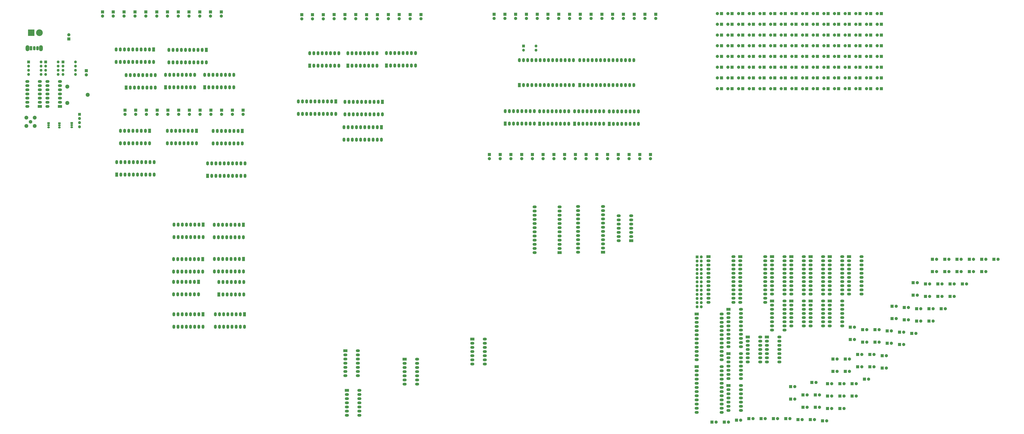
<source format=gbr>
%TF.GenerationSoftware,KiCad,Pcbnew,(5.1.4)-1*%
%TF.CreationDate,2020-07-08T08:30:02+02:00*%
%TF.ProjectId,SPU2,53505532-2e6b-4696-9361-645f70636258,rev?*%
%TF.SameCoordinates,Original*%
%TF.FileFunction,Soldermask,Bot*%
%TF.FilePolarity,Negative*%
%FSLAX46Y46*%
G04 Gerber Fmt 4.6, Leading zero omitted, Abs format (unit mm)*
G04 Created by KiCad (PCBNEW (5.1.4)-1) date 2020-07-08 08:30:02*
%MOMM*%
%LPD*%
G04 APERTURE LIST*
%ADD10O,1.700000X2.500000*%
%ADD11R,1.700000X2.500000*%
%ADD12O,2.500000X1.700000*%
%ADD13R,2.500000X1.700000*%
%ADD14O,1.800000X1.800000*%
%ADD15R,1.800000X1.800000*%
%ADD16C,1.900000*%
%ADD17R,1.900000X1.900000*%
%ADD18O,1.700000X1.700000*%
%ADD19R,1.700000X1.700000*%
%ADD20O,2.300000X3.600000*%
%ADD21O,1.600000X2.600000*%
%ADD22R,1.600000X2.600000*%
%ADD23C,2.440000*%
%ADD24R,1.600000X1.150000*%
%ADD25O,1.600000X1.150000*%
%ADD26C,2.350000*%
%ADD27C,2.150000*%
%ADD28C,4.100000*%
%ADD29R,3.900000X3.900000*%
G04 APERTURE END LIST*
D10*
%TO.C,U12*%
X152349200Y-165989000D03*
X134569200Y-158369000D03*
X149809200Y-165989000D03*
X137109200Y-158369000D03*
X147269200Y-165989000D03*
X139649200Y-158369000D03*
X144729200Y-165989000D03*
X142189200Y-158369000D03*
X142189200Y-165989000D03*
X144729200Y-158369000D03*
X139649200Y-165989000D03*
X147269200Y-158369000D03*
X137109200Y-165989000D03*
X149809200Y-158369000D03*
X134569200Y-165989000D03*
D11*
X152349200Y-158369000D03*
%TD*%
D10*
%TO.C,U2*%
X149529800Y-200964800D03*
X134289800Y-193344800D03*
X146989800Y-200964800D03*
X136829800Y-193344800D03*
X144449800Y-200964800D03*
X139369800Y-193344800D03*
X141909800Y-200964800D03*
X141909800Y-193344800D03*
X139369800Y-200964800D03*
X144449800Y-193344800D03*
X136829800Y-200964800D03*
X146989800Y-193344800D03*
X134289800Y-200964800D03*
D11*
X149529800Y-193344800D03*
%TD*%
D12*
%TO.C,U75*%
X518861801Y-177901001D03*
X511241801Y-200761001D03*
X518861801Y-180441001D03*
X511241801Y-198221001D03*
X518861801Y-182981001D03*
X511241801Y-195681001D03*
X518861801Y-185521001D03*
X511241801Y-193141001D03*
X518861801Y-188061001D03*
X511241801Y-190601001D03*
X518861801Y-190601001D03*
X511241801Y-188061001D03*
X518861801Y-193141001D03*
X511241801Y-185521001D03*
X518861801Y-195681001D03*
X511241801Y-182981001D03*
X518861801Y-198221001D03*
X511241801Y-180441001D03*
X518861801Y-200761001D03*
D13*
X511241801Y-177901001D03*
%TD*%
D12*
%TO.C,U74*%
X507111801Y-177901001D03*
X499491801Y-200761001D03*
X507111801Y-180441001D03*
X499491801Y-198221001D03*
X507111801Y-182981001D03*
X499491801Y-195681001D03*
X507111801Y-185521001D03*
X499491801Y-193141001D03*
X507111801Y-188061001D03*
X499491801Y-190601001D03*
X507111801Y-190601001D03*
X499491801Y-188061001D03*
X507111801Y-193141001D03*
X499491801Y-185521001D03*
X507111801Y-195681001D03*
X499491801Y-182981001D03*
X507111801Y-198221001D03*
X499491801Y-180441001D03*
X507111801Y-200761001D03*
D13*
X499491801Y-177901001D03*
%TD*%
D12*
%TO.C,U73*%
X480511801Y-210101001D03*
X472891801Y-232961001D03*
X480511801Y-212641001D03*
X472891801Y-230421001D03*
X480511801Y-215181001D03*
X472891801Y-227881001D03*
X480511801Y-217721001D03*
X472891801Y-225341001D03*
X480511801Y-220261001D03*
X472891801Y-222801001D03*
X480511801Y-222801001D03*
X472891801Y-220261001D03*
X480511801Y-225341001D03*
X472891801Y-217721001D03*
X480511801Y-227881001D03*
X472891801Y-215181001D03*
X480511801Y-230421001D03*
X472891801Y-212641001D03*
X480511801Y-232961001D03*
D13*
X472891801Y-210101001D03*
%TD*%
D12*
%TO.C,U72*%
X542361801Y-177901001D03*
X534741801Y-200761001D03*
X542361801Y-180441001D03*
X534741801Y-198221001D03*
X542361801Y-182981001D03*
X534741801Y-195681001D03*
X542361801Y-185521001D03*
X534741801Y-193141001D03*
X542361801Y-188061001D03*
X534741801Y-190601001D03*
X542361801Y-190601001D03*
X534741801Y-188061001D03*
X542361801Y-193141001D03*
X534741801Y-185521001D03*
X542361801Y-195681001D03*
X534741801Y-182981001D03*
X542361801Y-198221001D03*
X534741801Y-180441001D03*
X542361801Y-200761001D03*
D13*
X534741801Y-177901001D03*
%TD*%
D12*
%TO.C,U71*%
X554111801Y-177901001D03*
X546491801Y-200761001D03*
X554111801Y-180441001D03*
X546491801Y-198221001D03*
X554111801Y-182981001D03*
X546491801Y-195681001D03*
X554111801Y-185521001D03*
X546491801Y-193141001D03*
X554111801Y-188061001D03*
X546491801Y-190601001D03*
X554111801Y-190601001D03*
X546491801Y-188061001D03*
X554111801Y-193141001D03*
X546491801Y-185521001D03*
X554111801Y-195681001D03*
X546491801Y-182981001D03*
X554111801Y-198221001D03*
X546491801Y-180441001D03*
X554111801Y-200761001D03*
D13*
X546491801Y-177901001D03*
%TD*%
D12*
%TO.C,U69*%
X495331801Y-177901001D03*
X480091801Y-205841001D03*
X495331801Y-180441001D03*
X480091801Y-203301001D03*
X495331801Y-182981001D03*
X480091801Y-200761001D03*
X495331801Y-185521001D03*
X480091801Y-198221001D03*
X495331801Y-188061001D03*
X480091801Y-195681001D03*
X495331801Y-190601001D03*
X480091801Y-193141001D03*
X495331801Y-193141001D03*
X480091801Y-190601001D03*
X495331801Y-195681001D03*
X480091801Y-188061001D03*
X495331801Y-198221001D03*
X480091801Y-185521001D03*
X495331801Y-200761001D03*
X480091801Y-182981001D03*
X495331801Y-203301001D03*
X480091801Y-180441001D03*
X495331801Y-205841001D03*
D13*
X480091801Y-177901001D03*
%TD*%
D12*
%TO.C,U68*%
X468731801Y-245201001D03*
X453491801Y-273141001D03*
X468731801Y-247741001D03*
X453491801Y-270601001D03*
X468731801Y-250281001D03*
X453491801Y-268061001D03*
X468731801Y-252821001D03*
X453491801Y-265521001D03*
X468731801Y-255361001D03*
X453491801Y-262981001D03*
X468731801Y-257901001D03*
X453491801Y-260441001D03*
X468731801Y-260441001D03*
X453491801Y-257901001D03*
X468731801Y-262981001D03*
X453491801Y-255361001D03*
X468731801Y-265521001D03*
X453491801Y-252821001D03*
X468731801Y-268061001D03*
X453491801Y-250281001D03*
X468731801Y-270601001D03*
X453491801Y-247741001D03*
X468731801Y-273141001D03*
D13*
X453491801Y-245201001D03*
%TD*%
D12*
%TO.C,U67*%
X518861801Y-205001001D03*
X511241801Y-220241001D03*
X518861801Y-207541001D03*
X511241801Y-217701001D03*
X518861801Y-210081001D03*
X511241801Y-215161001D03*
X518861801Y-212621001D03*
X511241801Y-212621001D03*
X518861801Y-215161001D03*
X511241801Y-210081001D03*
X518861801Y-217701001D03*
X511241801Y-207541001D03*
X518861801Y-220241001D03*
D13*
X511241801Y-205001001D03*
%TD*%
D12*
%TO.C,U66*%
X530611801Y-205001001D03*
X522991801Y-220241001D03*
X530611801Y-207541001D03*
X522991801Y-217701001D03*
X530611801Y-210081001D03*
X522991801Y-215161001D03*
X530611801Y-212621001D03*
X522991801Y-212621001D03*
X530611801Y-215161001D03*
X522991801Y-210081001D03*
X530611801Y-217701001D03*
X522991801Y-207541001D03*
X530611801Y-220241001D03*
D13*
X522991801Y-205001001D03*
%TD*%
D12*
%TO.C,U65*%
X492261801Y-227051001D03*
X484641801Y-242291001D03*
X492261801Y-229591001D03*
X484641801Y-239751001D03*
X492261801Y-232131001D03*
X484641801Y-237211001D03*
X492261801Y-234671001D03*
X484641801Y-234671001D03*
X492261801Y-237211001D03*
X484641801Y-232131001D03*
X492261801Y-239751001D03*
X484641801Y-229591001D03*
X492261801Y-242291001D03*
D13*
X484641801Y-227051001D03*
%TD*%
D12*
%TO.C,U64*%
X504011801Y-227051001D03*
X496391801Y-242291001D03*
X504011801Y-229591001D03*
X496391801Y-239751001D03*
X504011801Y-232131001D03*
X496391801Y-237211001D03*
X504011801Y-234671001D03*
X496391801Y-234671001D03*
X504011801Y-237211001D03*
X496391801Y-232131001D03*
X504011801Y-239751001D03*
X496391801Y-229591001D03*
X504011801Y-242291001D03*
D13*
X496391801Y-227051001D03*
%TD*%
D12*
%TO.C,U63*%
X468731801Y-213001001D03*
X453491801Y-240941001D03*
X468731801Y-215541001D03*
X453491801Y-238401001D03*
X468731801Y-218081001D03*
X453491801Y-235861001D03*
X468731801Y-220621001D03*
X453491801Y-233321001D03*
X468731801Y-223161001D03*
X453491801Y-230781001D03*
X468731801Y-225701001D03*
X453491801Y-228241001D03*
X468731801Y-228241001D03*
X453491801Y-225701001D03*
X468731801Y-230781001D03*
X453491801Y-223161001D03*
X468731801Y-233321001D03*
X453491801Y-220621001D03*
X468731801Y-235861001D03*
X453491801Y-218081001D03*
X468731801Y-238401001D03*
X453491801Y-215541001D03*
X468731801Y-240941001D03*
D13*
X453491801Y-213001001D03*
%TD*%
D12*
%TO.C,U62*%
X480511801Y-237201001D03*
X472891801Y-252441001D03*
X480511801Y-239741001D03*
X472891801Y-249901001D03*
X480511801Y-242281001D03*
X472891801Y-247361001D03*
X480511801Y-244821001D03*
X472891801Y-244821001D03*
X480511801Y-247361001D03*
X472891801Y-242281001D03*
X480511801Y-249901001D03*
X472891801Y-239741001D03*
X480511801Y-252441001D03*
D13*
X472891801Y-237201001D03*
%TD*%
D12*
%TO.C,U61*%
X475931801Y-177901001D03*
X460691801Y-205841001D03*
X475931801Y-180441001D03*
X460691801Y-203301001D03*
X475931801Y-182981001D03*
X460691801Y-200761001D03*
X475931801Y-185521001D03*
X460691801Y-198221001D03*
X475931801Y-188061001D03*
X460691801Y-195681001D03*
X475931801Y-190601001D03*
X460691801Y-193141001D03*
X475931801Y-193141001D03*
X460691801Y-190601001D03*
X475931801Y-195681001D03*
X460691801Y-188061001D03*
X475931801Y-198221001D03*
X460691801Y-185521001D03*
X475931801Y-200761001D03*
X460691801Y-182981001D03*
X475931801Y-203301001D03*
X460691801Y-180441001D03*
X475931801Y-205841001D03*
D13*
X460691801Y-177901001D03*
%TD*%
D12*
%TO.C,U40*%
X507111801Y-205001001D03*
X499491801Y-222781001D03*
X507111801Y-207541001D03*
X499491801Y-220241001D03*
X507111801Y-210081001D03*
X499491801Y-217701001D03*
X507111801Y-212621001D03*
X499491801Y-215161001D03*
X507111801Y-215161001D03*
X499491801Y-212621001D03*
X507111801Y-217701001D03*
X499491801Y-210081001D03*
X507111801Y-220241001D03*
X499491801Y-207541001D03*
X507111801Y-222781001D03*
D13*
X499491801Y-205001001D03*
%TD*%
D12*
%TO.C,U37*%
X542361801Y-205001001D03*
X534741801Y-220241001D03*
X542361801Y-207541001D03*
X534741801Y-217701001D03*
X542361801Y-210081001D03*
X534741801Y-215161001D03*
X542361801Y-212621001D03*
X534741801Y-212621001D03*
X542361801Y-215161001D03*
X534741801Y-210081001D03*
X542361801Y-217701001D03*
X534741801Y-207541001D03*
X542361801Y-220241001D03*
D13*
X534741801Y-205001001D03*
%TD*%
D12*
%TO.C,U6*%
X480511801Y-256701001D03*
X472891801Y-271941001D03*
X480511801Y-259241001D03*
X472891801Y-269401001D03*
X480511801Y-261781001D03*
X472891801Y-266861001D03*
X480511801Y-264321001D03*
X472891801Y-264321001D03*
X480511801Y-266861001D03*
X472891801Y-261781001D03*
X480511801Y-269401001D03*
X472891801Y-259241001D03*
X480511801Y-271941001D03*
D13*
X472891801Y-256701001D03*
%TD*%
D12*
%TO.C,U3*%
X530611801Y-177901001D03*
X522991801Y-200761001D03*
X530611801Y-180441001D03*
X522991801Y-198221001D03*
X530611801Y-182981001D03*
X522991801Y-195681001D03*
X530611801Y-185521001D03*
X522991801Y-193141001D03*
X530611801Y-188061001D03*
X522991801Y-190601001D03*
X530611801Y-190601001D03*
X522991801Y-188061001D03*
X530611801Y-193141001D03*
X522991801Y-185521001D03*
X530611801Y-195681001D03*
X522991801Y-182981001D03*
X530611801Y-198221001D03*
X522991801Y-180441001D03*
X530611801Y-200761001D03*
D13*
X522991801Y-177901001D03*
%TD*%
D14*
%TO.C,J2*%
X456281801Y-208581001D03*
X453741801Y-208581001D03*
X456281801Y-206041001D03*
X453741801Y-206041001D03*
X456281801Y-203501001D03*
X453741801Y-203501001D03*
X456281801Y-200961001D03*
X453741801Y-200961001D03*
X456281801Y-198421001D03*
X453741801Y-198421001D03*
X456281801Y-195881001D03*
X453741801Y-195881001D03*
X456281801Y-193341001D03*
X453741801Y-193341001D03*
X456281801Y-190801001D03*
X453741801Y-190801001D03*
X456281801Y-188261001D03*
X453741801Y-188261001D03*
X456281801Y-185721001D03*
X453741801Y-185721001D03*
X456281801Y-183181001D03*
X453741801Y-183181001D03*
X456281801Y-180641001D03*
X453741801Y-180641001D03*
X456281801Y-178101001D03*
D15*
X453741801Y-178101001D03*
%TD*%
D16*
%TO.C,D273*%
X605251801Y-209751001D03*
D17*
X602711801Y-209751001D03*
%TD*%
D16*
%TO.C,D272*%
X579811801Y-224101001D03*
D17*
X577271801Y-224101001D03*
%TD*%
D16*
%TO.C,D271*%
X587311801Y-224851001D03*
D17*
X584771801Y-224851001D03*
%TD*%
D16*
%TO.C,D270*%
X597751801Y-217301001D03*
D17*
X595211801Y-217301001D03*
%TD*%
D16*
%TO.C,D269*%
X629911801Y-187101001D03*
D17*
X627371801Y-187101001D03*
%TD*%
D16*
%TO.C,D268*%
X637411801Y-179551001D03*
D17*
X634871801Y-179551001D03*
%TD*%
D16*
%TO.C,D267*%
X569221801Y-246001001D03*
D17*
X566681801Y-246001001D03*
%TD*%
D16*
%TO.C,D266*%
X532871801Y-278251001D03*
D17*
X530331801Y-278251001D03*
%TD*%
D16*
%TO.C,D265*%
X543401801Y-270701001D03*
D17*
X540861801Y-270701001D03*
%TD*%
D16*
%TO.C,D264*%
X554221801Y-237701001D03*
D17*
X551681801Y-237701001D03*
%TD*%
D16*
%TO.C,D263*%
X550901801Y-263151001D03*
D17*
X548361801Y-263151001D03*
%TD*%
D16*
%TO.C,D262*%
X558401801Y-252801001D03*
D17*
X555861801Y-252801001D03*
%TD*%
D16*
%TO.C,D261*%
X610661801Y-202201001D03*
D17*
X608121801Y-202201001D03*
%TD*%
D16*
%TO.C,D260*%
X618161801Y-194651001D03*
D17*
X615621801Y-194651001D03*
%TD*%
D16*
%TO.C,D259*%
X579811801Y-231651001D03*
D17*
X577271801Y-231651001D03*
%TD*%
D16*
%TO.C,D258*%
X569221801Y-238451001D03*
D17*
X566681801Y-238451001D03*
%TD*%
D16*
%TO.C,D120*%
X629911801Y-179551001D03*
D17*
X627371801Y-179551001D03*
%TD*%
D16*
%TO.C,D119*%
X590251801Y-217301001D03*
D17*
X587711801Y-217301001D03*
%TD*%
D16*
%TO.C,D118*%
X597751801Y-209751001D03*
D17*
X595211801Y-209751001D03*
%TD*%
D16*
%TO.C,D117*%
X622411801Y-187101001D03*
D17*
X619871801Y-187101001D03*
%TD*%
D16*
%TO.C,D116*%
X557311801Y-222601001D03*
D17*
X554771801Y-222601001D03*
%TD*%
D16*
%TO.C,D115*%
X554221801Y-245251001D03*
D17*
X551681801Y-245251001D03*
%TD*%
D16*
%TO.C,D114*%
X543401801Y-263151001D03*
D17*
X540861801Y-263151001D03*
%TD*%
D16*
%TO.C,D113*%
X561721801Y-245251001D03*
D17*
X559181801Y-245251001D03*
%TD*%
D16*
%TO.C,D112*%
X590251801Y-209751001D03*
D17*
X587711801Y-209751001D03*
%TD*%
D16*
%TO.C,D111*%
X610661801Y-194651001D03*
D17*
X608121801Y-194651001D03*
%TD*%
D16*
%TO.C,D110*%
X603161801Y-202201001D03*
D17*
X600621801Y-202201001D03*
%TD*%
D16*
%TO.C,D109*%
X525371801Y-277501001D03*
D17*
X522831801Y-277501001D03*
%TD*%
D16*
%TO.C,D108*%
X572311801Y-230901001D03*
D17*
X569771801Y-230901001D03*
%TD*%
D16*
%TO.C,D107*%
X614911801Y-187101001D03*
D17*
X612371801Y-187101001D03*
%TD*%
D16*
%TO.C,D106*%
X622411801Y-179551001D03*
D17*
X619871801Y-179551001D03*
%TD*%
D16*
%TO.C,D105*%
X546721801Y-248051001D03*
D17*
X544181801Y-248051001D03*
%TD*%
D16*
%TO.C,D104*%
X543401801Y-255601001D03*
D17*
X540861801Y-255601001D03*
%TD*%
D16*
%TO.C,D103*%
X535901801Y-270701001D03*
D17*
X533361801Y-270701001D03*
%TD*%
D16*
%TO.C,D102*%
X582751801Y-216551001D03*
D17*
X580211801Y-216551001D03*
%TD*%
D16*
%TO.C,D101*%
X561721801Y-237701001D03*
D17*
X559181801Y-237701001D03*
%TD*%
D16*
%TO.C,D100*%
X535901801Y-255601001D03*
D17*
X533361801Y-255601001D03*
%TD*%
D16*
%TO.C,D99*%
X550901801Y-255601001D03*
D17*
X548361801Y-255601001D03*
%TD*%
D16*
%TO.C,D98*%
X517871801Y-277501001D03*
D17*
X515331801Y-277501001D03*
%TD*%
D16*
%TO.C,D97*%
X528401801Y-269951001D03*
D17*
X525861801Y-269951001D03*
%TD*%
D16*
%TO.C,D96*%
X582751801Y-209001001D03*
D17*
X580211801Y-209001001D03*
%TD*%
D16*
%TO.C,D95*%
X595661801Y-202201001D03*
D17*
X593121801Y-202201001D03*
%TD*%
D16*
%TO.C,D94*%
X603161801Y-194651001D03*
D17*
X600621801Y-194651001D03*
%TD*%
D16*
%TO.C,D93*%
X572311801Y-223351001D03*
D17*
X569771801Y-223351001D03*
%TD*%
D16*
%TO.C,D92*%
X535901801Y-263151001D03*
D17*
X533361801Y-263151001D03*
%TD*%
D16*
%TO.C,D91*%
X528401801Y-262401001D03*
D17*
X525861801Y-262401001D03*
%TD*%
D16*
%TO.C,D90*%
X588161801Y-193901001D03*
D17*
X585621801Y-193901001D03*
%TD*%
D16*
%TO.C,D89*%
X575251801Y-208251001D03*
D17*
X572711801Y-208251001D03*
%TD*%
D16*
%TO.C,D88*%
X539221801Y-240501001D03*
D17*
X536681801Y-240501001D03*
%TD*%
D16*
%TO.C,D87*%
X599911801Y-179551001D03*
D17*
X597371801Y-179551001D03*
%TD*%
D16*
%TO.C,D86*%
X502871801Y-276901001D03*
D17*
X500331801Y-276901001D03*
%TD*%
D16*
%TO.C,D85*%
X549811801Y-228551001D03*
D17*
X547271801Y-228551001D03*
%TD*%
D16*
%TO.C,D24*%
X526311801Y-254851001D03*
D17*
X523771801Y-254851001D03*
%TD*%
D16*
%TO.C,D23*%
X549811801Y-221001001D03*
D17*
X547271801Y-221001001D03*
%TD*%
D16*
%TO.C,D22*%
X513401801Y-257401001D03*
D17*
X510861801Y-257401001D03*
%TD*%
D16*
%TO.C,D21*%
X495371801Y-276901001D03*
D17*
X492831801Y-276901001D03*
%TD*%
D16*
%TO.C,D20*%
X546721801Y-240501001D03*
D17*
X544181801Y-240501001D03*
%TD*%
D16*
%TO.C,D19*%
X472871801Y-279051001D03*
D17*
X470331801Y-279051001D03*
%TD*%
D16*
%TO.C,D18*%
X539221801Y-248051001D03*
D17*
X536681801Y-248051001D03*
%TD*%
D16*
%TO.C,D17*%
X607411801Y-179551001D03*
D17*
X604871801Y-179551001D03*
%TD*%
D16*
%TO.C,D16*%
X599911801Y-187101001D03*
D17*
X597371801Y-187101001D03*
%TD*%
D16*
%TO.C,D15*%
X510371801Y-276901001D03*
D17*
X507831801Y-276901001D03*
%TD*%
D16*
%TO.C,D14*%
X575251801Y-215801001D03*
D17*
X572711801Y-215801001D03*
%TD*%
D16*
%TO.C,D13*%
X520901801Y-269951001D03*
D17*
X518361801Y-269951001D03*
%TD*%
D16*
%TO.C,D12*%
X588161801Y-201451001D03*
D17*
X585621801Y-201451001D03*
%TD*%
D16*
%TO.C,D11*%
X564811801Y-230151001D03*
D17*
X562271801Y-230151001D03*
%TD*%
D16*
%TO.C,D10*%
X607411801Y-187101001D03*
D17*
X604871801Y-187101001D03*
%TD*%
D16*
%TO.C,D9*%
X595661801Y-194651001D03*
D17*
X593121801Y-194651001D03*
%TD*%
D16*
%TO.C,D8*%
X614911801Y-179551001D03*
D17*
X612371801Y-179551001D03*
%TD*%
D16*
%TO.C,D7*%
X513401801Y-264951001D03*
D17*
X510861801Y-264951001D03*
%TD*%
D16*
%TO.C,D6*%
X557311801Y-230151001D03*
D17*
X554771801Y-230151001D03*
%TD*%
D16*
%TO.C,D5*%
X564811801Y-222601001D03*
D17*
X562271801Y-222601001D03*
%TD*%
D16*
%TO.C,D4*%
X520901801Y-262401001D03*
D17*
X518361801Y-262401001D03*
%TD*%
D16*
%TO.C,D3*%
X465371801Y-279051001D03*
D17*
X462831801Y-279051001D03*
%TD*%
D16*
%TO.C,D2*%
X480371801Y-277851001D03*
D17*
X477831801Y-277851001D03*
%TD*%
D16*
%TO.C,D1*%
X487871801Y-276901001D03*
D17*
X485331801Y-276901001D03*
%TD*%
D10*
%TO.C,U34*%
X261106920Y-106476800D03*
X238246920Y-98856800D03*
X258566920Y-106476800D03*
X240786920Y-98856800D03*
X256026920Y-106476800D03*
X243326920Y-98856800D03*
X253486920Y-106476800D03*
X245866920Y-98856800D03*
X250946920Y-106476800D03*
X248406920Y-98856800D03*
X248406920Y-106476800D03*
X250946920Y-98856800D03*
X245866920Y-106476800D03*
X253486920Y-98856800D03*
X243326920Y-106476800D03*
X256026920Y-98856800D03*
X240786920Y-106476800D03*
X258566920Y-98856800D03*
X238246920Y-106476800D03*
D11*
X261106920Y-98856800D03*
%TD*%
D10*
%TO.C,U14*%
X129438400Y-66870600D03*
X147218400Y-74490600D03*
X131978400Y-66870600D03*
X144678400Y-74490600D03*
X134518400Y-66870600D03*
X142138400Y-74490600D03*
X137058400Y-66870600D03*
X139598400Y-74490600D03*
X139598400Y-66870600D03*
X137058400Y-74490600D03*
X142138400Y-66870600D03*
X134518400Y-74490600D03*
X144678400Y-66870600D03*
X131978400Y-74490600D03*
X147218400Y-66870600D03*
D11*
X129438400Y-74490600D03*
%TD*%
D10*
%TO.C,U21*%
X119684800Y-108712000D03*
X101904800Y-101092000D03*
X117144800Y-108712000D03*
X104444800Y-101092000D03*
X114604800Y-108712000D03*
X106984800Y-101092000D03*
X112064800Y-108712000D03*
X109524800Y-101092000D03*
X109524800Y-108712000D03*
X112064800Y-101092000D03*
X106984800Y-108712000D03*
X114604800Y-101092000D03*
X104444800Y-108712000D03*
X117144800Y-101092000D03*
X101904800Y-108712000D03*
D11*
X119684800Y-101092000D03*
%TD*%
D10*
%TO.C,U19*%
X176225200Y-108762800D03*
X158445200Y-101142800D03*
X173685200Y-108762800D03*
X160985200Y-101142800D03*
X171145200Y-108762800D03*
X163525200Y-101142800D03*
X168605200Y-108762800D03*
X166065200Y-101142800D03*
X166065200Y-108762800D03*
X168605200Y-101142800D03*
X163525200Y-108762800D03*
X171145200Y-101142800D03*
X160985200Y-108762800D03*
X173685200Y-101142800D03*
X158445200Y-108762800D03*
D11*
X176225200Y-101142800D03*
%TD*%
D10*
%TO.C,U20*%
X148285200Y-108661200D03*
X130505200Y-101041200D03*
X145745200Y-108661200D03*
X133045200Y-101041200D03*
X143205200Y-108661200D03*
X135585200Y-101041200D03*
X140665200Y-108661200D03*
X138125200Y-101041200D03*
X138125200Y-108661200D03*
X140665200Y-101041200D03*
X135585200Y-108661200D03*
X143205200Y-101041200D03*
X133045200Y-108661200D03*
X145745200Y-101041200D03*
X130505200Y-108661200D03*
D11*
X148285200Y-101041200D03*
%TD*%
D16*
%TO.C,D257*%
X372922800Y-118059200D03*
D17*
X372922800Y-115519200D03*
%TD*%
D16*
%TO.C,D256*%
X425348400Y-118059200D03*
D17*
X425348400Y-115519200D03*
%TD*%
D16*
%TO.C,D255*%
X366369600Y-118059200D03*
D17*
X366369600Y-115519200D03*
%TD*%
D16*
%TO.C,D254*%
X418795200Y-118059200D03*
D17*
X418795200Y-115519200D03*
%TD*%
D16*
%TO.C,D253*%
X359816400Y-118059200D03*
D17*
X359816400Y-115519200D03*
%TD*%
D16*
%TO.C,D252*%
X412242000Y-118059200D03*
D17*
X412242000Y-115519200D03*
%TD*%
D16*
%TO.C,D251*%
X353263200Y-118059200D03*
D17*
X353263200Y-115519200D03*
%TD*%
D16*
%TO.C,D250*%
X405688800Y-118059200D03*
D17*
X405688800Y-115519200D03*
%TD*%
D16*
%TO.C,D68*%
X346710000Y-118059200D03*
D17*
X346710000Y-115519200D03*
%TD*%
D16*
%TO.C,D67*%
X399135600Y-118059200D03*
D17*
X399135600Y-115519200D03*
%TD*%
D16*
%TO.C,D66*%
X340156800Y-118059200D03*
D17*
X340156800Y-115519200D03*
%TD*%
D16*
%TO.C,D65*%
X392582400Y-118059200D03*
D17*
X392582400Y-115519200D03*
%TD*%
D16*
%TO.C,D64*%
X333603600Y-118059200D03*
D17*
X333603600Y-115519200D03*
%TD*%
D16*
%TO.C,D63*%
X386029200Y-118059200D03*
D17*
X386029200Y-115519200D03*
%TD*%
D16*
%TO.C,D62*%
X327050400Y-118059200D03*
D17*
X327050400Y-115519200D03*
%TD*%
D16*
%TO.C,D61*%
X379476000Y-118059200D03*
D17*
X379476000Y-115519200D03*
%TD*%
D10*
%TO.C,U31*%
X345297400Y-57883200D03*
X378317400Y-73123200D03*
X347837400Y-57883200D03*
X375777400Y-73123200D03*
X350377400Y-57883200D03*
X373237400Y-73123200D03*
X352917400Y-57883200D03*
X370697400Y-73123200D03*
X355457400Y-57883200D03*
X368157400Y-73123200D03*
X357997400Y-57883200D03*
X365617400Y-73123200D03*
X360537400Y-57883200D03*
X363077400Y-73123200D03*
X363077400Y-57883200D03*
X360537400Y-73123200D03*
X365617400Y-57883200D03*
X357997400Y-73123200D03*
X368157400Y-57883200D03*
X355457400Y-73123200D03*
X370697400Y-57883200D03*
X352917400Y-73123200D03*
X373237400Y-57883200D03*
X350377400Y-73123200D03*
X375777400Y-57883200D03*
X347837400Y-73123200D03*
X378317400Y-57883200D03*
D11*
X345297400Y-73123200D03*
%TD*%
D12*
%TO.C,U27*%
X381155600Y-175237600D03*
X396395600Y-147297600D03*
X381155600Y-172697600D03*
X396395600Y-149837600D03*
X381155600Y-170157600D03*
X396395600Y-152377600D03*
X381155600Y-167617600D03*
X396395600Y-154917600D03*
X381155600Y-165077600D03*
X396395600Y-157457600D03*
X381155600Y-162537600D03*
X396395600Y-159997600D03*
X381155600Y-159997600D03*
X396395600Y-162537600D03*
X381155600Y-157457600D03*
X396395600Y-165077600D03*
X381155600Y-154917600D03*
X396395600Y-167617600D03*
X381155600Y-152377600D03*
X396395600Y-170157600D03*
X381155600Y-149837600D03*
X396395600Y-172697600D03*
X381155600Y-147297600D03*
D13*
X396395600Y-175237600D03*
%TD*%
D10*
%TO.C,U36*%
X233332020Y-90726260D03*
X210472020Y-83106260D03*
X230792020Y-90726260D03*
X213012020Y-83106260D03*
X228252020Y-90726260D03*
X215552020Y-83106260D03*
X225712020Y-90726260D03*
X218092020Y-83106260D03*
X223172020Y-90726260D03*
X220632020Y-83106260D03*
X220632020Y-90726260D03*
X223172020Y-83106260D03*
X218092020Y-90726260D03*
X225712020Y-83106260D03*
X215552020Y-90726260D03*
X228252020Y-83106260D03*
X213012020Y-90726260D03*
X230792020Y-83106260D03*
X210472020Y-90726260D03*
D11*
X233332020Y-83106260D03*
%TD*%
D10*
%TO.C,U76*%
X357650000Y-89127800D03*
X375430000Y-96747800D03*
X360190000Y-89127800D03*
X372890000Y-96747800D03*
X362730000Y-89127800D03*
X370350000Y-96747800D03*
X365270000Y-89127800D03*
X367810000Y-96747800D03*
X367810000Y-89127800D03*
X365270000Y-96747800D03*
X370350000Y-89127800D03*
X362730000Y-96747800D03*
X372890000Y-89127800D03*
X360190000Y-96747800D03*
X375430000Y-89127800D03*
D11*
X357650000Y-96747800D03*
%TD*%
D12*
%TO.C,U26*%
X354638000Y-175491600D03*
X369878000Y-147551600D03*
X354638000Y-172951600D03*
X369878000Y-150091600D03*
X354638000Y-170411600D03*
X369878000Y-152631600D03*
X354638000Y-167871600D03*
X369878000Y-155171600D03*
X354638000Y-165331600D03*
X369878000Y-157711600D03*
X354638000Y-162791600D03*
X369878000Y-160251600D03*
X354638000Y-160251600D03*
X369878000Y-162791600D03*
X354638000Y-157711600D03*
X369878000Y-165331600D03*
X354638000Y-155171600D03*
X369878000Y-167871600D03*
X354638000Y-152631600D03*
X369878000Y-170411600D03*
X354638000Y-150091600D03*
X369878000Y-172951600D03*
X354638000Y-147551600D03*
D13*
X369878000Y-175491600D03*
%TD*%
D16*
%TO.C,D136*%
X557123600Y-68732400D03*
D17*
X559663600Y-68732400D03*
%TD*%
D16*
%TO.C,D123*%
X563626000Y-68732400D03*
D17*
X566166000Y-68732400D03*
%TD*%
D16*
%TO.C,D138*%
X557123600Y-62179200D03*
D17*
X559663600Y-62179200D03*
%TD*%
D16*
%TO.C,D234*%
X479094800Y-62179200D03*
D17*
X481634800Y-62179200D03*
%TD*%
D16*
%TO.C,D239*%
X479094800Y-42519600D03*
D17*
X481634800Y-42519600D03*
%TD*%
D16*
%TO.C,D236*%
X479094800Y-55626000D03*
D17*
X481634800Y-55626000D03*
%TD*%
D16*
%TO.C,D227*%
X466090000Y-68732400D03*
D17*
X468630000Y-68732400D03*
%TD*%
D16*
%TO.C,D248*%
X472592400Y-35966400D03*
D17*
X475132400Y-35966400D03*
%TD*%
D16*
%TO.C,D242*%
X472592400Y-75285600D03*
D17*
X475132400Y-75285600D03*
%TD*%
D16*
%TO.C,D241*%
X479094800Y-29413200D03*
D17*
X481634800Y-29413200D03*
%TD*%
D16*
%TO.C,D231*%
X466090000Y-49072800D03*
D17*
X468630000Y-49072800D03*
%TD*%
D16*
%TO.C,D240*%
X479094800Y-35966400D03*
D17*
X481634800Y-35966400D03*
%TD*%
D16*
%TO.C,D219*%
X492099600Y-68732400D03*
D17*
X494639600Y-68732400D03*
%TD*%
D16*
%TO.C,D215*%
X498602000Y-42519600D03*
D17*
X501142000Y-42519600D03*
%TD*%
D16*
%TO.C,D213*%
X485597200Y-29413200D03*
D17*
X488137200Y-29413200D03*
%TD*%
D16*
%TO.C,D243*%
X472592400Y-68732400D03*
D17*
X475132400Y-68732400D03*
%TD*%
D16*
%TO.C,D210*%
X498602000Y-62179200D03*
D17*
X501142000Y-62179200D03*
%TD*%
D16*
%TO.C,D220*%
X492099600Y-62179200D03*
D17*
X494639600Y-62179200D03*
%TD*%
D16*
%TO.C,D249*%
X472592400Y-29413200D03*
D17*
X475132400Y-29413200D03*
%TD*%
D16*
%TO.C,D247*%
X472592400Y-42519600D03*
D17*
X475132400Y-42519600D03*
%TD*%
D16*
%TO.C,D246*%
X472592400Y-49072800D03*
D17*
X475132400Y-49072800D03*
%TD*%
D16*
%TO.C,D245*%
X472592400Y-55626000D03*
D17*
X475132400Y-55626000D03*
%TD*%
D16*
%TO.C,D238*%
X479094800Y-49072800D03*
D17*
X481634800Y-49072800D03*
%TD*%
D16*
%TO.C,D237*%
X466090000Y-29413200D03*
D17*
X468630000Y-29413200D03*
%TD*%
D16*
%TO.C,D244*%
X472592400Y-62179200D03*
D17*
X475132400Y-62179200D03*
%TD*%
D16*
%TO.C,D235*%
X466090000Y-35966400D03*
D17*
X468630000Y-35966400D03*
%TD*%
D16*
%TO.C,D233*%
X466090000Y-42519600D03*
D17*
X468630000Y-42519600D03*
%TD*%
D16*
%TO.C,D232*%
X479094800Y-68732400D03*
D17*
X481634800Y-68732400D03*
%TD*%
D16*
%TO.C,D230*%
X479094800Y-75285600D03*
D17*
X481634800Y-75285600D03*
%TD*%
D16*
%TO.C,D229*%
X466090000Y-55626000D03*
D17*
X468630000Y-55626000D03*
%TD*%
D16*
%TO.C,D228*%
X466090000Y-62179200D03*
D17*
X468630000Y-62179200D03*
%TD*%
D16*
%TO.C,D226*%
X466090000Y-75285600D03*
D17*
X468630000Y-75285600D03*
%TD*%
D16*
%TO.C,D225*%
X492099600Y-29413200D03*
D17*
X494639600Y-29413200D03*
%TD*%
D16*
%TO.C,D224*%
X492099600Y-35966400D03*
D17*
X494639600Y-35966400D03*
%TD*%
D16*
%TO.C,D223*%
X492099600Y-42519600D03*
D17*
X494639600Y-42519600D03*
%TD*%
D16*
%TO.C,D221*%
X492099600Y-55626000D03*
D17*
X494639600Y-55626000D03*
%TD*%
D16*
%TO.C,D222*%
X492099600Y-49072800D03*
D17*
X494639600Y-49072800D03*
%TD*%
D16*
%TO.C,D218*%
X492099600Y-75285600D03*
D17*
X494639600Y-75285600D03*
%TD*%
D16*
%TO.C,D217*%
X498602000Y-29413200D03*
D17*
X501142000Y-29413200D03*
%TD*%
D16*
%TO.C,D216*%
X498602000Y-35966400D03*
D17*
X501142000Y-35966400D03*
%TD*%
D16*
%TO.C,D214*%
X498602000Y-49072800D03*
D17*
X501142000Y-49072800D03*
%TD*%
D16*
%TO.C,D212*%
X498602000Y-55626000D03*
D17*
X501142000Y-55626000D03*
%TD*%
D16*
%TO.C,D211*%
X485597200Y-35966400D03*
D17*
X488137200Y-35966400D03*
%TD*%
D16*
%TO.C,D209*%
X485597200Y-42519600D03*
D17*
X488137200Y-42519600D03*
%TD*%
D16*
%TO.C,D208*%
X498602000Y-68732400D03*
D17*
X501142000Y-68732400D03*
%TD*%
D16*
%TO.C,D207*%
X485597200Y-49072800D03*
D17*
X488137200Y-49072800D03*
%TD*%
D16*
%TO.C,D206*%
X498602000Y-75285600D03*
D17*
X501142000Y-75285600D03*
%TD*%
D16*
%TO.C,D205*%
X485597200Y-55626000D03*
D17*
X488137200Y-55626000D03*
%TD*%
D16*
%TO.C,D204*%
X485597200Y-62179200D03*
D17*
X488137200Y-62179200D03*
%TD*%
D16*
%TO.C,D203*%
X485597200Y-68732400D03*
D17*
X488137200Y-68732400D03*
%TD*%
D16*
%TO.C,D202*%
X485597200Y-75285600D03*
D17*
X488137200Y-75285600D03*
%TD*%
D16*
%TO.C,D201*%
X511606800Y-29413200D03*
D17*
X514146800Y-29413200D03*
%TD*%
D16*
%TO.C,D200*%
X511606800Y-35966400D03*
D17*
X514146800Y-35966400D03*
%TD*%
D16*
%TO.C,D194*%
X511606800Y-75285600D03*
D17*
X514146800Y-75285600D03*
%TD*%
D16*
%TO.C,D192*%
X518109200Y-35966400D03*
D17*
X520649200Y-35966400D03*
%TD*%
D16*
%TO.C,D199*%
X511606800Y-42519600D03*
D17*
X514146800Y-42519600D03*
%TD*%
D16*
%TO.C,D196*%
X511606800Y-62179200D03*
D17*
X514146800Y-62179200D03*
%TD*%
D16*
%TO.C,D198*%
X511606800Y-49072800D03*
D17*
X514146800Y-49072800D03*
%TD*%
D16*
%TO.C,D193*%
X518109200Y-29413200D03*
D17*
X520649200Y-29413200D03*
%TD*%
D16*
%TO.C,D191*%
X518109200Y-42519600D03*
D17*
X520649200Y-42519600D03*
%TD*%
D16*
%TO.C,D195*%
X511606800Y-68732400D03*
D17*
X514146800Y-68732400D03*
%TD*%
D16*
%TO.C,D197*%
X511606800Y-55626000D03*
D17*
X514146800Y-55626000D03*
%TD*%
D16*
%TO.C,D161*%
X524611600Y-42519600D03*
D17*
X527151600Y-42519600D03*
%TD*%
D16*
%TO.C,D154*%
X524611600Y-75285600D03*
D17*
X527151600Y-75285600D03*
%TD*%
D16*
%TO.C,D180*%
X505104400Y-62179200D03*
D17*
X507644400Y-62179200D03*
%TD*%
D16*
%TO.C,D158*%
X537616400Y-75285600D03*
D17*
X540156400Y-75285600D03*
%TD*%
D16*
%TO.C,D166*%
X537616400Y-49072800D03*
D17*
X540156400Y-49072800D03*
%TD*%
D16*
%TO.C,D162*%
X537616400Y-62179200D03*
D17*
X540156400Y-62179200D03*
%TD*%
D16*
%TO.C,D178*%
X505104400Y-75285600D03*
D17*
X507644400Y-75285600D03*
%TD*%
D16*
%TO.C,D157*%
X524611600Y-55626000D03*
D17*
X527151600Y-55626000D03*
%TD*%
D16*
%TO.C,D177*%
X531114000Y-29413200D03*
D17*
X533654000Y-29413200D03*
%TD*%
D16*
%TO.C,D171*%
X531114000Y-68732400D03*
D17*
X533654000Y-68732400D03*
%TD*%
D16*
%TO.C,D170*%
X531114000Y-75285600D03*
D17*
X533654000Y-75285600D03*
%TD*%
D16*
%TO.C,D163*%
X524611600Y-35966400D03*
D17*
X527151600Y-35966400D03*
%TD*%
D16*
%TO.C,D160*%
X537616400Y-68732400D03*
D17*
X540156400Y-68732400D03*
%TD*%
D16*
%TO.C,D173*%
X531114000Y-55626000D03*
D17*
X533654000Y-55626000D03*
%TD*%
D16*
%TO.C,D174*%
X531114000Y-49072800D03*
D17*
X533654000Y-49072800D03*
%TD*%
D16*
%TO.C,D156*%
X524611600Y-62179200D03*
D17*
X527151600Y-62179200D03*
%TD*%
D16*
%TO.C,D155*%
X524611600Y-68732400D03*
D17*
X527151600Y-68732400D03*
%TD*%
D16*
%TO.C,D181*%
X505104400Y-55626000D03*
D17*
X507644400Y-55626000D03*
%TD*%
D16*
%TO.C,D189*%
X505104400Y-29413200D03*
D17*
X507644400Y-29413200D03*
%TD*%
D16*
%TO.C,D190*%
X518109200Y-49072800D03*
D17*
X520649200Y-49072800D03*
%TD*%
D16*
%TO.C,D188*%
X518109200Y-55626000D03*
D17*
X520649200Y-55626000D03*
%TD*%
D16*
%TO.C,D184*%
X518109200Y-68732400D03*
D17*
X520649200Y-68732400D03*
%TD*%
D16*
%TO.C,D179*%
X505104400Y-68732400D03*
D17*
X507644400Y-68732400D03*
%TD*%
D16*
%TO.C,D183*%
X505104400Y-49072800D03*
D17*
X507644400Y-49072800D03*
%TD*%
D16*
%TO.C,D176*%
X531114000Y-35966400D03*
D17*
X533654000Y-35966400D03*
%TD*%
D16*
%TO.C,D187*%
X505104400Y-35966400D03*
D17*
X507644400Y-35966400D03*
%TD*%
D16*
%TO.C,D186*%
X518109200Y-62179200D03*
D17*
X520649200Y-62179200D03*
%TD*%
D16*
%TO.C,D182*%
X518109200Y-75285600D03*
D17*
X520649200Y-75285600D03*
%TD*%
D16*
%TO.C,D175*%
X531114000Y-42519600D03*
D17*
X533654000Y-42519600D03*
%TD*%
D16*
%TO.C,D172*%
X531114000Y-62179200D03*
D17*
X533654000Y-62179200D03*
%TD*%
D16*
%TO.C,D168*%
X537616400Y-35966400D03*
D17*
X540156400Y-35966400D03*
%TD*%
D16*
%TO.C,D185*%
X505104400Y-42519600D03*
D17*
X507644400Y-42519600D03*
%TD*%
D16*
%TO.C,D167*%
X537616400Y-42519600D03*
D17*
X540156400Y-42519600D03*
%TD*%
D16*
%TO.C,D165*%
X524611600Y-29413200D03*
D17*
X527151600Y-29413200D03*
%TD*%
D16*
%TO.C,D164*%
X537616400Y-55626000D03*
D17*
X540156400Y-55626000D03*
%TD*%
D16*
%TO.C,D169*%
X537616400Y-29413200D03*
D17*
X540156400Y-29413200D03*
%TD*%
D16*
%TO.C,D159*%
X524611600Y-49072800D03*
D17*
X527151600Y-49072800D03*
%TD*%
D16*
%TO.C,D153*%
X550621200Y-29413200D03*
D17*
X553161200Y-29413200D03*
%TD*%
D16*
%TO.C,D151*%
X550621200Y-42519600D03*
D17*
X553161200Y-42519600D03*
%TD*%
D16*
%TO.C,D149*%
X550621200Y-55626000D03*
D17*
X553161200Y-55626000D03*
%TD*%
D16*
%TO.C,D147*%
X550621200Y-68732400D03*
D17*
X553161200Y-68732400D03*
%TD*%
D16*
%TO.C,D146*%
X550621200Y-75285600D03*
D17*
X553161200Y-75285600D03*
%TD*%
D16*
%TO.C,D144*%
X557123600Y-35966400D03*
D17*
X559663600Y-35966400D03*
%TD*%
D16*
%TO.C,D143*%
X557123600Y-42519600D03*
D17*
X559663600Y-42519600D03*
%TD*%
D16*
%TO.C,D142*%
X557123600Y-49072800D03*
D17*
X559663600Y-49072800D03*
%TD*%
D16*
%TO.C,D141*%
X544118800Y-29413200D03*
D17*
X546658800Y-29413200D03*
%TD*%
D16*
%TO.C,D139*%
X544118800Y-35966400D03*
D17*
X546658800Y-35966400D03*
%TD*%
D16*
%TO.C,D134*%
X557123600Y-75285600D03*
D17*
X559663600Y-75285600D03*
%TD*%
D16*
%TO.C,D133*%
X544118800Y-55626000D03*
D17*
X546658800Y-55626000D03*
%TD*%
D16*
%TO.C,D145*%
X557123600Y-29413200D03*
D17*
X559663600Y-29413200D03*
%TD*%
D16*
%TO.C,D135*%
X544118800Y-49072800D03*
D17*
X546658800Y-49072800D03*
%TD*%
D16*
%TO.C,D131*%
X544118800Y-68732400D03*
D17*
X546658800Y-68732400D03*
%TD*%
D16*
%TO.C,D130*%
X544118800Y-75285600D03*
D17*
X546658800Y-75285600D03*
%TD*%
D16*
%TO.C,D129*%
X563626000Y-29413200D03*
D17*
X566166000Y-29413200D03*
%TD*%
D16*
%TO.C,D128*%
X563626000Y-35966400D03*
D17*
X566166000Y-35966400D03*
%TD*%
D16*
%TO.C,D127*%
X563626000Y-42519600D03*
D17*
X566166000Y-42519600D03*
%TD*%
D16*
%TO.C,D150*%
X550621200Y-49072800D03*
D17*
X553161200Y-49072800D03*
%TD*%
D16*
%TO.C,D140*%
X557123600Y-55626000D03*
D17*
X559663600Y-55626000D03*
%TD*%
D16*
%TO.C,D137*%
X544118800Y-42519600D03*
D17*
X546658800Y-42519600D03*
%TD*%
D16*
%TO.C,D148*%
X550621200Y-62179200D03*
D17*
X553161200Y-62179200D03*
%TD*%
D16*
%TO.C,D152*%
X550621200Y-35966400D03*
D17*
X553161200Y-35966400D03*
%TD*%
D16*
%TO.C,D132*%
X544118800Y-62179200D03*
D17*
X546658800Y-62179200D03*
%TD*%
D16*
%TO.C,D122*%
X563626000Y-75285600D03*
D17*
X566166000Y-75285600D03*
%TD*%
D16*
%TO.C,D126*%
X563626000Y-49072800D03*
D17*
X566166000Y-49072800D03*
%TD*%
D16*
%TO.C,D125*%
X563626000Y-55626000D03*
D17*
X566166000Y-55626000D03*
%TD*%
D16*
%TO.C,D124*%
X563626000Y-62179200D03*
D17*
X566166000Y-62179200D03*
%TD*%
D10*
%TO.C,U78*%
X400150000Y-89177800D03*
X417930000Y-96797800D03*
X402690000Y-89177800D03*
X415390000Y-96797800D03*
X405230000Y-89177800D03*
X412850000Y-96797800D03*
X407770000Y-89177800D03*
X410310000Y-96797800D03*
X410310000Y-89177800D03*
X407770000Y-96797800D03*
X412850000Y-89177800D03*
X405230000Y-96797800D03*
X415390000Y-89177800D03*
X402690000Y-96797800D03*
X417930000Y-89177800D03*
D11*
X400150000Y-96797800D03*
%TD*%
D10*
%TO.C,U70*%
X336700000Y-89077800D03*
X354480000Y-96697800D03*
X339240000Y-89077800D03*
X351940000Y-96697800D03*
X341780000Y-89077800D03*
X349400000Y-96697800D03*
X344320000Y-89077800D03*
X346860000Y-96697800D03*
X346860000Y-89077800D03*
X344320000Y-96697800D03*
X349400000Y-89077800D03*
X341780000Y-96697800D03*
X351940000Y-89077800D03*
X339240000Y-96697800D03*
X354480000Y-89077800D03*
D11*
X336700000Y-96697800D03*
%TD*%
D10*
%TO.C,U30*%
X382127400Y-57857800D03*
X415147400Y-73097800D03*
X384667400Y-57857800D03*
X412607400Y-73097800D03*
X387207400Y-57857800D03*
X410067400Y-73097800D03*
X389747400Y-57857800D03*
X407527400Y-73097800D03*
X392287400Y-57857800D03*
X404987400Y-73097800D03*
X394827400Y-57857800D03*
X402447400Y-73097800D03*
X397367400Y-57857800D03*
X399907400Y-73097800D03*
X399907400Y-57857800D03*
X397367400Y-73097800D03*
X402447400Y-57857800D03*
X394827400Y-73097800D03*
X404987400Y-57857800D03*
X392287400Y-73097800D03*
X407527400Y-57857800D03*
X389747400Y-73097800D03*
X410067400Y-57857800D03*
X387207400Y-73097800D03*
X412607400Y-57857800D03*
X384667400Y-73097800D03*
X415147400Y-57857800D03*
D11*
X382127400Y-73097800D03*
%TD*%
D16*
%TO.C,D47*%
X219100000Y-32634200D03*
D17*
X219100000Y-30094200D03*
%TD*%
D16*
%TO.C,D48*%
X212525000Y-32634200D03*
D17*
X212525000Y-30094200D03*
%TD*%
D16*
%TO.C,D46*%
X225700000Y-32634200D03*
D17*
X225700000Y-30094200D03*
%TD*%
D16*
%TO.C,D42*%
X252075000Y-32613600D03*
D17*
X252075000Y-30073600D03*
%TD*%
D16*
%TO.C,D40*%
X265375000Y-32584200D03*
D17*
X265375000Y-30044200D03*
%TD*%
D16*
%TO.C,D41*%
X258700000Y-32613600D03*
D17*
X258700000Y-30073600D03*
%TD*%
D16*
%TO.C,D43*%
X245450000Y-32609200D03*
D17*
X245450000Y-30069200D03*
%TD*%
D16*
%TO.C,D45*%
X232275000Y-32609200D03*
D17*
X232275000Y-30069200D03*
%TD*%
D16*
%TO.C,D39*%
X272000000Y-32584200D03*
D17*
X272000000Y-30044200D03*
%TD*%
D16*
%TO.C,D37*%
X285275000Y-32584200D03*
D17*
X285275000Y-30044200D03*
%TD*%
D16*
%TO.C,D38*%
X278650000Y-32584200D03*
D17*
X278650000Y-30044200D03*
%TD*%
D16*
%TO.C,D44*%
X238850000Y-32609200D03*
D17*
X238850000Y-30069200D03*
%TD*%
D16*
%TO.C,D60*%
X163434600Y-30935800D03*
D17*
X163434600Y-28395800D03*
%TD*%
D10*
%TO.C,U24*%
X264160000Y-53586400D03*
X281940000Y-61206400D03*
X266700000Y-53586400D03*
X279400000Y-61206400D03*
X269240000Y-53586400D03*
X276860000Y-61206400D03*
X271780000Y-53586400D03*
X274320000Y-61206400D03*
X274320000Y-53586400D03*
X271780000Y-61206400D03*
X276860000Y-53586400D03*
X269240000Y-61206400D03*
X279400000Y-53586400D03*
X266700000Y-61206400D03*
X281940000Y-53586400D03*
D11*
X264160000Y-61206400D03*
%TD*%
D10*
%TO.C,U23*%
X240631000Y-53609200D03*
X258411000Y-61229200D03*
X243171000Y-53609200D03*
X255871000Y-61229200D03*
X245711000Y-53609200D03*
X253331000Y-61229200D03*
X248251000Y-53609200D03*
X250791000Y-61229200D03*
X250791000Y-53609200D03*
X248251000Y-61229200D03*
X253331000Y-53609200D03*
X245711000Y-61229200D03*
X255871000Y-53609200D03*
X243171000Y-61229200D03*
X258411000Y-53609200D03*
D11*
X240631000Y-61229200D03*
%TD*%
D10*
%TO.C,U22*%
X217347800Y-53611800D03*
X235127800Y-61231800D03*
X219887800Y-53611800D03*
X232587800Y-61231800D03*
X222427800Y-53611800D03*
X230047800Y-61231800D03*
X224967800Y-53611800D03*
X227507800Y-61231800D03*
X227507800Y-53611800D03*
X224967800Y-61231800D03*
X230047800Y-53611800D03*
X222427800Y-61231800D03*
X232587800Y-53611800D03*
X219887800Y-61231800D03*
X235127800Y-53611800D03*
D11*
X217347800Y-61231800D03*
%TD*%
D10*
%TO.C,U77*%
X378975000Y-89152800D03*
X396755000Y-96772800D03*
X381515000Y-89152800D03*
X394215000Y-96772800D03*
X384055000Y-89152800D03*
X391675000Y-96772800D03*
X386595000Y-89152800D03*
X389135000Y-96772800D03*
X389135000Y-89152800D03*
X386595000Y-96772800D03*
X391675000Y-89152800D03*
X384055000Y-96772800D03*
X394215000Y-89152800D03*
X381515000Y-96772800D03*
X396755000Y-89152800D03*
D11*
X378975000Y-96772800D03*
%TD*%
D10*
%TO.C,U35*%
X261708900Y-90952320D03*
X238848900Y-83332320D03*
X259168900Y-90952320D03*
X241388900Y-83332320D03*
X256628900Y-90952320D03*
X243928900Y-83332320D03*
X254088900Y-90952320D03*
X246468900Y-83332320D03*
X251548900Y-90952320D03*
X249008900Y-83332320D03*
X249008900Y-90952320D03*
X251548900Y-83332320D03*
X246468900Y-90952320D03*
X254088900Y-83332320D03*
X243928900Y-90952320D03*
X256628900Y-83332320D03*
X241388900Y-90952320D03*
X259168900Y-83332320D03*
X238848900Y-90952320D03*
D11*
X261708900Y-83332320D03*
%TD*%
D10*
%TO.C,U33*%
X155041600Y-120954800D03*
X177901600Y-128574800D03*
X157581600Y-120954800D03*
X175361600Y-128574800D03*
X160121600Y-120954800D03*
X172821600Y-128574800D03*
X162661600Y-120954800D03*
X170281600Y-128574800D03*
X165201600Y-120954800D03*
X167741600Y-128574800D03*
X167741600Y-120954800D03*
X165201600Y-128574800D03*
X170281600Y-120954800D03*
X162661600Y-128574800D03*
X172821600Y-120954800D03*
X160121600Y-128574800D03*
X175361600Y-120954800D03*
X157581600Y-128574800D03*
X177901600Y-120954800D03*
D11*
X155041600Y-128574800D03*
%TD*%
D10*
%TO.C,U32*%
X99568000Y-120192800D03*
X122428000Y-127812800D03*
X102108000Y-120192800D03*
X119888000Y-127812800D03*
X104648000Y-120192800D03*
X117348000Y-127812800D03*
X107188000Y-120192800D03*
X114808000Y-127812800D03*
X109728000Y-120192800D03*
X112268000Y-127812800D03*
X112268000Y-120192800D03*
X109728000Y-127812800D03*
X114808000Y-120192800D03*
X107188000Y-127812800D03*
X117348000Y-120192800D03*
X104648000Y-127812800D03*
X119888000Y-120192800D03*
X102108000Y-127812800D03*
X122428000Y-120192800D03*
D11*
X99568000Y-127812800D03*
%TD*%
D12*
%TO.C,U29*%
X405940920Y-168222100D03*
X413560920Y-152982100D03*
X405940920Y-165682100D03*
X413560920Y-155522100D03*
X405940920Y-163142100D03*
X413560920Y-158062100D03*
X405940920Y-160602100D03*
X413560920Y-160602100D03*
X405940920Y-158062100D03*
X413560920Y-163142100D03*
X405940920Y-155522100D03*
X413560920Y-165682100D03*
X405940920Y-152982100D03*
D13*
X413560920Y-168222100D03*
%TD*%
D10*
%TO.C,U17*%
X152069800Y-187121800D03*
X134289800Y-179501800D03*
X149529800Y-187121800D03*
X136829800Y-179501800D03*
X146989800Y-187121800D03*
X139369800Y-179501800D03*
X144449800Y-187121800D03*
X141909800Y-179501800D03*
X141909800Y-187121800D03*
X144449800Y-179501800D03*
X139369800Y-187121800D03*
X146989800Y-179501800D03*
X136829800Y-187121800D03*
X149529800Y-179501800D03*
X134289800Y-187121800D03*
D11*
X152069800Y-179501800D03*
%TD*%
D10*
%TO.C,U16*%
X177012600Y-186969400D03*
X159232600Y-179349400D03*
X174472600Y-186969400D03*
X161772600Y-179349400D03*
X171932600Y-186969400D03*
X164312600Y-179349400D03*
X169392600Y-186969400D03*
X166852600Y-179349400D03*
X166852600Y-186969400D03*
X169392600Y-179349400D03*
X164312600Y-186969400D03*
X171932600Y-179349400D03*
X161772600Y-186969400D03*
X174472600Y-179349400D03*
X159232600Y-186969400D03*
D11*
X177012600Y-179349400D03*
%TD*%
D10*
%TO.C,U11*%
X176936400Y-166116000D03*
X159156400Y-158496000D03*
X174396400Y-166116000D03*
X161696400Y-158496000D03*
X171856400Y-166116000D03*
X164236400Y-158496000D03*
X169316400Y-166116000D03*
X166776400Y-158496000D03*
X166776400Y-166116000D03*
X169316400Y-158496000D03*
X164236400Y-166116000D03*
X171856400Y-158496000D03*
X161696400Y-166116000D03*
X174396400Y-158496000D03*
X159156400Y-166116000D03*
D11*
X176936400Y-158496000D03*
%TD*%
D12*
%TO.C,U10*%
X247675400Y-259664200D03*
X240055400Y-274904200D03*
X247675400Y-262204200D03*
X240055400Y-272364200D03*
X247675400Y-264744200D03*
X240055400Y-269824200D03*
X247675400Y-267284200D03*
X240055400Y-267284200D03*
X247675400Y-269824200D03*
X240055400Y-264744200D03*
X247675400Y-272364200D03*
X240055400Y-262204200D03*
X247675400Y-274904200D03*
D13*
X240055400Y-259664200D03*
%TD*%
D12*
%TO.C,U9*%
X282930600Y-240563400D03*
X275310600Y-255803400D03*
X282930600Y-243103400D03*
X275310600Y-253263400D03*
X282930600Y-245643400D03*
X275310600Y-250723400D03*
X282930600Y-248183400D03*
X275310600Y-248183400D03*
X282930600Y-250723400D03*
X275310600Y-245643400D03*
X282930600Y-253263400D03*
X275310600Y-243103400D03*
X282930600Y-255803400D03*
D13*
X275310600Y-240563400D03*
%TD*%
D12*
%TO.C,U8*%
X246761000Y-235407200D03*
X239141000Y-250647200D03*
X246761000Y-237947200D03*
X239141000Y-248107200D03*
X246761000Y-240487200D03*
X239141000Y-245567200D03*
X246761000Y-243027200D03*
X239141000Y-243027200D03*
X246761000Y-245567200D03*
X239141000Y-240487200D03*
X246761000Y-248107200D03*
X239141000Y-237947200D03*
X246761000Y-250647200D03*
D13*
X239141000Y-235407200D03*
%TD*%
D12*
%TO.C,U7*%
X324231000Y-228320600D03*
X316611000Y-243560600D03*
X324231000Y-230860600D03*
X316611000Y-241020600D03*
X324231000Y-233400600D03*
X316611000Y-238480600D03*
X324231000Y-235940600D03*
X316611000Y-235940600D03*
X324231000Y-238480600D03*
X316611000Y-233400600D03*
X324231000Y-241020600D03*
X316611000Y-230860600D03*
X324231000Y-243560600D03*
D13*
X316611000Y-228320600D03*
%TD*%
D10*
%TO.C,U5*%
X152298400Y-220776800D03*
X134518400Y-213156800D03*
X149758400Y-220776800D03*
X137058400Y-213156800D03*
X147218400Y-220776800D03*
X139598400Y-213156800D03*
X144678400Y-220776800D03*
X142138400Y-213156800D03*
X142138400Y-220776800D03*
X144678400Y-213156800D03*
X139598400Y-220776800D03*
X147218400Y-213156800D03*
X137058400Y-220776800D03*
X149758400Y-213156800D03*
X134518400Y-220776800D03*
D11*
X152298400Y-213156800D03*
%TD*%
D10*
%TO.C,U4*%
X177546000Y-220802200D03*
X159766000Y-213182200D03*
X175006000Y-220802200D03*
X162306000Y-213182200D03*
X172466000Y-220802200D03*
X164846000Y-213182200D03*
X169926000Y-220802200D03*
X167386000Y-213182200D03*
X167386000Y-220802200D03*
X169926000Y-213182200D03*
X164846000Y-220802200D03*
X172466000Y-213182200D03*
X162306000Y-220802200D03*
X175006000Y-213182200D03*
X159766000Y-220802200D03*
D11*
X177546000Y-213182200D03*
%TD*%
D10*
%TO.C,U1*%
X161874200Y-193395600D03*
X177114200Y-201015600D03*
X164414200Y-193395600D03*
X174574200Y-201015600D03*
X166954200Y-193395600D03*
X172034200Y-201015600D03*
X169494200Y-193395600D03*
X169494200Y-201015600D03*
X172034200Y-193395600D03*
X166954200Y-201015600D03*
X174574200Y-193395600D03*
X164414200Y-201015600D03*
X177114200Y-193395600D03*
D11*
X161874200Y-201015600D03*
%TD*%
D16*
%TO.C,D84*%
X329889600Y-32386000D03*
D17*
X329889600Y-29846000D03*
%TD*%
D16*
%TO.C,D83*%
X336468600Y-32361000D03*
D17*
X336468600Y-29821000D03*
%TD*%
D16*
%TO.C,D82*%
X343047200Y-32361000D03*
D17*
X343047200Y-29821000D03*
%TD*%
D16*
%TO.C,D81*%
X349625800Y-32361000D03*
D17*
X349625800Y-29821000D03*
%TD*%
D16*
%TO.C,D80*%
X356204400Y-32361000D03*
D17*
X356204400Y-29821000D03*
%TD*%
D16*
%TO.C,D79*%
X362783000Y-32361000D03*
D17*
X362783000Y-29821000D03*
%TD*%
D16*
%TO.C,D78*%
X369361600Y-32361000D03*
D17*
X369361600Y-29821000D03*
%TD*%
D16*
%TO.C,D77*%
X375914800Y-32361000D03*
D17*
X375914800Y-29821000D03*
%TD*%
D16*
%TO.C,D76*%
X382493400Y-32361000D03*
D17*
X382493400Y-29821000D03*
%TD*%
D16*
%TO.C,D75*%
X389072000Y-32361000D03*
D17*
X389072000Y-29821000D03*
%TD*%
D16*
%TO.C,D74*%
X395650600Y-32361000D03*
D17*
X395650600Y-29821000D03*
%TD*%
D16*
%TO.C,D73*%
X402229200Y-32361000D03*
D17*
X402229200Y-29821000D03*
%TD*%
D16*
%TO.C,D72*%
X408807800Y-32361000D03*
D17*
X408807800Y-29821000D03*
%TD*%
D16*
%TO.C,D71*%
X415386400Y-32361000D03*
D17*
X415386400Y-29821000D03*
%TD*%
D16*
%TO.C,D70*%
X421965000Y-32361000D03*
D17*
X421965000Y-29821000D03*
%TD*%
D16*
%TO.C,D69*%
X428492800Y-32368600D03*
D17*
X428492800Y-29828600D03*
%TD*%
D16*
%TO.C,D36*%
X104648000Y-90982800D03*
D17*
X104648000Y-88442800D03*
%TD*%
D16*
%TO.C,D35*%
X111201200Y-90982800D03*
D17*
X111201200Y-88442800D03*
%TD*%
D16*
%TO.C,D34*%
X117754400Y-90982800D03*
D17*
X117754400Y-88442800D03*
%TD*%
D16*
%TO.C,D33*%
X124307600Y-90982800D03*
D17*
X124307600Y-88442800D03*
%TD*%
D16*
%TO.C,D32*%
X130860800Y-90982800D03*
D17*
X130860800Y-88442800D03*
%TD*%
D16*
%TO.C,D31*%
X137414000Y-90982800D03*
D17*
X137414000Y-88442800D03*
%TD*%
D16*
%TO.C,D30*%
X143967200Y-90982800D03*
D17*
X143967200Y-88442800D03*
%TD*%
D16*
%TO.C,D29*%
X150520400Y-90982800D03*
D17*
X150520400Y-88442800D03*
%TD*%
D16*
%TO.C,D28*%
X157073600Y-90982800D03*
D17*
X157073600Y-88442800D03*
%TD*%
D16*
%TO.C,D27*%
X163626800Y-90982800D03*
D17*
X163626800Y-88442800D03*
%TD*%
D16*
%TO.C,D26*%
X170180000Y-90982800D03*
D17*
X170180000Y-88442800D03*
%TD*%
D16*
%TO.C,D25*%
X176733200Y-90982800D03*
D17*
X176733200Y-88442800D03*
%TD*%
D10*
%TO.C,U25*%
X154305000Y-59199800D03*
X131445000Y-51579800D03*
X151765000Y-59199800D03*
X133985000Y-51579800D03*
X149225000Y-59199800D03*
X136525000Y-51579800D03*
X146685000Y-59199800D03*
X139065000Y-51579800D03*
X144145000Y-59199800D03*
X141605000Y-51579800D03*
X141605000Y-59199800D03*
X144145000Y-51579800D03*
X139065000Y-59199800D03*
X146685000Y-51579800D03*
X136525000Y-59199800D03*
X149225000Y-51579800D03*
X133985000Y-59199800D03*
X151765000Y-51579800D03*
X131445000Y-59199800D03*
D11*
X154305000Y-51579800D03*
%TD*%
D10*
%TO.C,U28*%
X122097800Y-58945800D03*
X99237800Y-51325800D03*
X119557800Y-58945800D03*
X101777800Y-51325800D03*
X117017800Y-58945800D03*
X104317800Y-51325800D03*
X114477800Y-58945800D03*
X106857800Y-51325800D03*
X111937800Y-58945800D03*
X109397800Y-51325800D03*
X109397800Y-58945800D03*
X111937800Y-51325800D03*
X106857800Y-58945800D03*
X114477800Y-51325800D03*
X104317800Y-58945800D03*
X117017800Y-51325800D03*
X101777800Y-58945800D03*
X119557800Y-51325800D03*
X99237800Y-58945800D03*
D11*
X122097800Y-51325800D03*
%TD*%
D16*
%TO.C,D51*%
X104122000Y-30970800D03*
D17*
X104122000Y-28430800D03*
%TD*%
D16*
%TO.C,D55*%
X130610820Y-30970400D03*
D17*
X130610820Y-28430400D03*
%TD*%
D16*
%TO.C,D54*%
X124036200Y-30970800D03*
D17*
X124036200Y-28430800D03*
%TD*%
D16*
%TO.C,D50*%
X97525600Y-30970800D03*
D17*
X97525600Y-28430800D03*
%TD*%
D16*
%TO.C,D49*%
X90929200Y-30970800D03*
D17*
X90929200Y-28430800D03*
%TD*%
D16*
%TO.C,D52*%
X110768400Y-30970800D03*
D17*
X110768400Y-28430800D03*
%TD*%
D16*
%TO.C,D53*%
X117414800Y-30970800D03*
D17*
X117414800Y-28430800D03*
%TD*%
D16*
%TO.C,D59*%
X156862200Y-30935800D03*
D17*
X156862200Y-28395800D03*
%TD*%
D16*
%TO.C,D58*%
X150309000Y-30940800D03*
D17*
X150309000Y-28400800D03*
%TD*%
D16*
%TO.C,D57*%
X143750400Y-30970400D03*
D17*
X143750400Y-28430400D03*
%TD*%
D16*
%TO.C,D56*%
X137179400Y-30970400D03*
D17*
X137179400Y-28430400D03*
%TD*%
D16*
%TO.C,D274*%
X70383400Y-42359600D03*
D17*
X70383400Y-44899600D03*
%TD*%
D18*
%TO.C,U44*%
X53467000Y-59022000D03*
X45847000Y-66642000D03*
X53467000Y-61562000D03*
X45847000Y-64102000D03*
X53467000Y-64102000D03*
X45847000Y-61562000D03*
X53467000Y-66642000D03*
D19*
X45847000Y-59022000D03*
%TD*%
D18*
%TO.C,U43*%
X74447400Y-58971200D03*
X66827400Y-66591200D03*
X74447400Y-61511200D03*
X66827400Y-64051200D03*
X74447400Y-64051200D03*
X66827400Y-61511200D03*
X74447400Y-66591200D03*
D19*
X66827400Y-58971200D03*
%TD*%
D12*
%TO.C,U42*%
X45110400Y-86123800D03*
X52730400Y-70883800D03*
X45110400Y-83583800D03*
X52730400Y-73423800D03*
X45110400Y-81043800D03*
X52730400Y-75963800D03*
X45110400Y-78503800D03*
X52730400Y-78503800D03*
X45110400Y-75963800D03*
X52730400Y-81043800D03*
X45110400Y-73423800D03*
X52730400Y-83583800D03*
X45110400Y-70883800D03*
D13*
X52730400Y-86123800D03*
%TD*%
D12*
%TO.C,U41*%
X57353200Y-86123800D03*
X64973200Y-70883800D03*
X57353200Y-83583800D03*
X64973200Y-73423800D03*
X57353200Y-81043800D03*
X64973200Y-75963800D03*
X57353200Y-78503800D03*
X64973200Y-78503800D03*
X57353200Y-75963800D03*
X64973200Y-81043800D03*
X57353200Y-73423800D03*
X64973200Y-83583800D03*
X57353200Y-70883800D03*
D13*
X64973200Y-86123800D03*
%TD*%
D18*
%TO.C,U18*%
X63855600Y-58971200D03*
X56235600Y-66591200D03*
X63855600Y-61511200D03*
X56235600Y-64051200D03*
X63855600Y-64051200D03*
X56235600Y-61511200D03*
X63855600Y-66591200D03*
D19*
X56235600Y-58971200D03*
%TD*%
D10*
%TO.C,U15*%
X153314400Y-66819800D03*
X171094400Y-74439800D03*
X155854400Y-66819800D03*
X168554400Y-74439800D03*
X158394400Y-66819800D03*
X166014400Y-74439800D03*
X160934400Y-66819800D03*
X163474400Y-74439800D03*
X163474400Y-66819800D03*
X160934400Y-74439800D03*
X166014400Y-66819800D03*
X158394400Y-74439800D03*
X168554400Y-66819800D03*
X155854400Y-74439800D03*
X171094400Y-66819800D03*
D11*
X153314400Y-74439800D03*
%TD*%
D10*
%TO.C,U13*%
X105384600Y-66997600D03*
X123164600Y-74617600D03*
X107924600Y-66997600D03*
X120624600Y-74617600D03*
X110464600Y-66997600D03*
X118084600Y-74617600D03*
X113004600Y-66997600D03*
X115544600Y-74617600D03*
X115544600Y-66997600D03*
X113004600Y-74617600D03*
X118084600Y-66997600D03*
X110464600Y-74617600D03*
X120624600Y-66997600D03*
X107924600Y-74617600D03*
X123164600Y-66997600D03*
D11*
X105384600Y-74617600D03*
%TD*%
D18*
%TO.C,SW3*%
X355457400Y-49272600D03*
X347837400Y-51812600D03*
X355457400Y-51812600D03*
D19*
X347837400Y-49272600D03*
%TD*%
D20*
%TO.C,SW2*%
X53369400Y-50640000D03*
X45169400Y-50640000D03*
D21*
X51269400Y-50640000D03*
X49269400Y-50640000D03*
D22*
X47269400Y-50640000D03*
%TD*%
D23*
%TO.C,RV1*%
X69443600Y-84041000D03*
X81943600Y-79041000D03*
X69443600Y-74041000D03*
%TD*%
D24*
%TO.C,Q4*%
X72161400Y-96283800D03*
D25*
X72161400Y-98823800D03*
X72161400Y-97553800D03*
%TD*%
D24*
%TO.C,Q3*%
X64643000Y-96487000D03*
D25*
X64643000Y-99027000D03*
X64643000Y-97757000D03*
%TD*%
D24*
%TO.C,Q2*%
X58013600Y-96410800D03*
D25*
X58013600Y-98950800D03*
X58013600Y-97680800D03*
%TD*%
D14*
%TO.C,J4*%
X76936600Y-98569800D03*
X76936600Y-96029800D03*
X76936600Y-93489800D03*
D15*
X76936600Y-90949800D03*
%TD*%
D26*
%TO.C,J1*%
X44450000Y-98087200D03*
X44450000Y-93007200D03*
X49530000Y-93007200D03*
X49530000Y-98087200D03*
D27*
X46990000Y-95547200D03*
%TD*%
D16*
%TO.C,D121*%
X81026000Y-66870600D03*
D17*
X81026000Y-64330600D03*
%TD*%
D28*
%TO.C,J3*%
X52447200Y-41089600D03*
D29*
X47447200Y-41089600D03*
%TD*%
M02*

</source>
